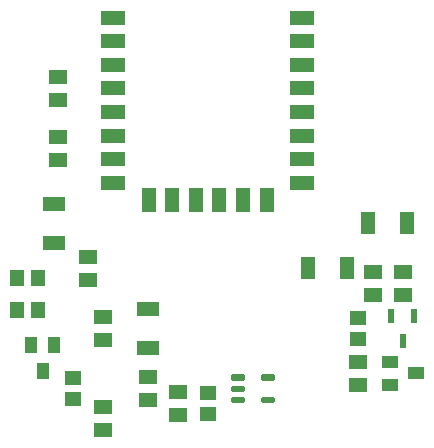
<source format=gbr>
G04 EAGLE Gerber RS-274X export*
G75*
%MOMM*%
%FSLAX34Y34*%
%LPD*%
%INSolderpaste Top*%
%IPPOS*%
%AMOC8*
5,1,8,0,0,1.08239X$1,22.5*%
G01*
G04 Define Apertures*
%ADD10R,2.000000X1.200000*%
%ADD11R,1.200000X2.000000*%
%ADD12R,0.624800X1.223500*%
%ADD13R,1.500000X1.300000*%
%ADD14R,1.465300X1.164600*%
%ADD15R,1.400000X1.000000*%
%ADD16C,0.295000*%
%ADD17R,1.274700X1.850000*%
%ADD18R,1.850000X1.274700*%
%ADD19R,1.164600X1.465300*%
%ADD20R,1.000000X1.400000*%
D10*
X257800Y237440D03*
X257800Y257440D03*
X257800Y277440D03*
X257800Y297440D03*
X257800Y317440D03*
X257800Y337440D03*
X257800Y357440D03*
X257800Y377440D03*
X97800Y377440D03*
X97800Y337440D03*
X97800Y357440D03*
X97800Y317440D03*
X97800Y297440D03*
X97800Y277440D03*
X97800Y257440D03*
X97800Y237440D03*
D11*
X227800Y222640D03*
X207800Y222640D03*
X187800Y222640D03*
X167800Y222640D03*
X147800Y222640D03*
X127800Y222640D03*
D12*
X352400Y124940D03*
X333400Y124940D03*
X342900Y103660D03*
D13*
X127000Y73000D03*
X127000Y54000D03*
D14*
X177800Y59554D03*
X177800Y42046D03*
D15*
X353900Y76200D03*
X331900Y66700D03*
X331900Y85700D03*
D16*
X207925Y71525D02*
X198775Y71525D01*
X198775Y74475D01*
X207925Y74475D01*
X207925Y71525D01*
X207925Y74327D02*
X198775Y74327D01*
X198775Y62025D02*
X207925Y62025D01*
X198775Y62025D02*
X198775Y64975D01*
X207925Y64975D01*
X207925Y62025D01*
X207925Y64827D02*
X198775Y64827D01*
X198775Y52525D02*
X207925Y52525D01*
X198775Y52525D02*
X198775Y55475D01*
X207925Y55475D01*
X207925Y52525D01*
X207925Y55327D02*
X198775Y55327D01*
X223875Y52525D02*
X233025Y52525D01*
X223875Y52525D02*
X223875Y55475D01*
X233025Y55475D01*
X233025Y52525D01*
X233025Y55327D02*
X223875Y55327D01*
X223875Y71525D02*
X233025Y71525D01*
X223875Y71525D02*
X223875Y74475D01*
X233025Y74475D01*
X233025Y71525D01*
X233025Y74327D02*
X223875Y74327D01*
D13*
X152400Y41300D03*
X152400Y60300D03*
X342900Y161900D03*
X342900Y142900D03*
X317500Y142900D03*
X317500Y161900D03*
X304800Y85700D03*
X304800Y66700D03*
D14*
X304800Y105546D03*
X304800Y123054D03*
D17*
X295603Y165100D03*
X263197Y165100D03*
X346403Y203200D03*
X313997Y203200D03*
D18*
X48000Y219403D03*
X48000Y186997D03*
D13*
X50800Y308000D03*
X50800Y327000D03*
X50800Y257200D03*
X50800Y276200D03*
D14*
X63500Y54746D03*
X63500Y72254D03*
D19*
X16646Y156853D03*
X34154Y156853D03*
D20*
X38100Y77900D03*
X28600Y99900D03*
X47600Y99900D03*
D19*
X16646Y130000D03*
X34154Y130000D03*
D13*
X88900Y47600D03*
X88900Y28600D03*
X88900Y123800D03*
X88900Y104800D03*
D18*
X127000Y98097D03*
X127000Y130503D03*
D13*
X76200Y155600D03*
X76200Y174600D03*
M02*

</source>
